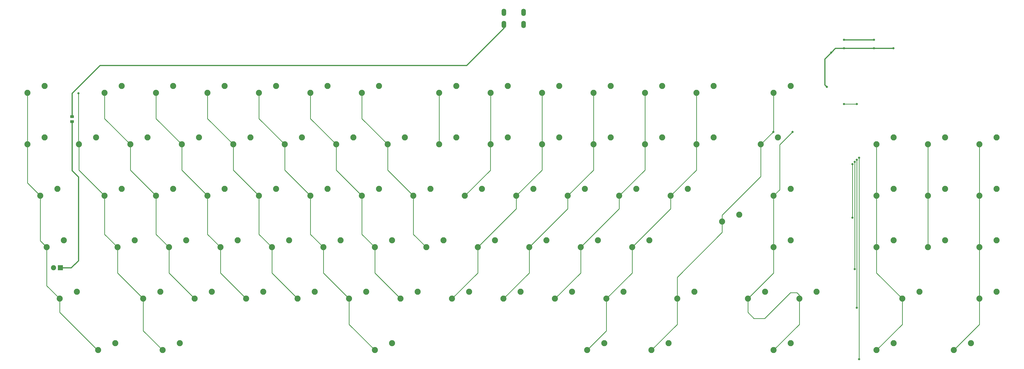
<source format=gtl>
%TF.GenerationSoftware,KiCad,Pcbnew,5.1.9*%
%TF.CreationDate,2021-05-26T15:49:29-04:00*%
%TF.ProjectId,EKS-Mk2,454b532d-4d6b-4322-9e6b-696361645f70,2.1*%
%TF.SameCoordinates,Original*%
%TF.FileFunction,Copper,L1,Top*%
%TF.FilePolarity,Positive*%
%FSLAX46Y46*%
G04 Gerber Fmt 4.6, Leading zero omitted, Abs format (unit mm)*
G04 Created by KiCad (PCBNEW 5.1.9) date 2021-05-26 15:49:29*
%MOMM*%
%LPD*%
G01*
G04 APERTURE LIST*
%TA.AperFunction,ComponentPad*%
%ADD10C,2.250000*%
%TD*%
%TA.AperFunction,ComponentPad*%
%ADD11R,1.905000X1.905000*%
%TD*%
%TA.AperFunction,ComponentPad*%
%ADD12C,1.905000*%
%TD*%
%TA.AperFunction,ComponentPad*%
%ADD13O,1.700000X2.700000*%
%TD*%
%TA.AperFunction,ViaPad*%
%ADD14C,0.800000*%
%TD*%
%TA.AperFunction,Conductor*%
%ADD15C,0.381000*%
%TD*%
%TA.AperFunction,Conductor*%
%ADD16C,0.250000*%
%TD*%
G04 APERTURE END LIST*
D10*
%TO.P,MX78,2*%
%TO.N,Net-(D78-Pad2)*%
X316865000Y-13970000D03*
%TO.P,MX78,1*%
%TO.N,COL16*%
X310515000Y-16510000D03*
%TD*%
D11*
%TO.P,MX4,4*%
%TO.N,CAPSGND*%
X8413750Y-62230000D03*
D12*
%TO.P,MX4,3*%
%TO.N,CAPSLED*%
X5873750Y-62230000D03*
D10*
%TO.P,MX4,1*%
%TO.N,COL0*%
X3333750Y-54610000D03*
%TO.P,MX4,2*%
%TO.N,Net-(D4-Pad2)*%
X9683750Y-52070000D03*
%TD*%
D13*
%TO.P,USB1,6*%
%TO.N,GND*%
X172562500Y32385000D03*
X179862500Y32385000D03*
X179862500Y27885000D03*
X172562500Y27885000D03*
%TD*%
%TO.P,R5,2*%
%TO.N,GND*%
%TA.AperFunction,SMDPad,CuDef*%
G36*
G01*
X13150002Y-6743750D02*
X12249998Y-6743750D01*
G75*
G02*
X12000000Y-6493752I0J249998D01*
G01*
X12000000Y-5968748D01*
G75*
G02*
X12249998Y-5718750I249998J0D01*
G01*
X13150002Y-5718750D01*
G75*
G02*
X13400000Y-5968748I0J-249998D01*
G01*
X13400000Y-6493752D01*
G75*
G02*
X13150002Y-6743750I-249998J0D01*
G01*
G37*
%TD.AperFunction*%
%TO.P,R5,1*%
%TO.N,CAPSGND*%
%TA.AperFunction,SMDPad,CuDef*%
G36*
G01*
X13150002Y-8568750D02*
X12249998Y-8568750D01*
G75*
G02*
X12000000Y-8318752I0J249998D01*
G01*
X12000000Y-7793748D01*
G75*
G02*
X12249998Y-7543750I249998J0D01*
G01*
X13150002Y-7543750D01*
G75*
G02*
X13400000Y-7793748I0J-249998D01*
G01*
X13400000Y-8318752D01*
G75*
G02*
X13150002Y-8568750I-249998J0D01*
G01*
G37*
%TD.AperFunction*%
%TD*%
D10*
%TO.P,MX90,2*%
%TO.N,Net-(D90-Pad2)*%
X345440000Y-90170000D03*
%TO.P,MX90,1*%
%TO.N,COL18*%
X339090000Y-92710000D03*
%TD*%
%TO.P,MX89,2*%
%TO.N,Net-(D89-Pad2)*%
X354965000Y-71120000D03*
%TO.P,MX89,1*%
%TO.N,COL18*%
X348615000Y-73660000D03*
%TD*%
%TO.P,MX88,2*%
%TO.N,Net-(D88-Pad2)*%
X354965000Y-52070000D03*
%TO.P,MX88,1*%
%TO.N,COL18*%
X348615000Y-54610000D03*
%TD*%
%TO.P,MX87,2*%
%TO.N,Net-(D87-Pad2)*%
X354965000Y-33020000D03*
%TO.P,MX87,1*%
%TO.N,COL18*%
X348615000Y-35560000D03*
%TD*%
%TO.P,MX86,2*%
%TO.N,Net-(D86-Pad2)*%
X354965000Y-13970000D03*
%TO.P,MX86,1*%
%TO.N,COL18*%
X348615000Y-16510000D03*
%TD*%
%TO.P,MX85,2*%
%TO.N,Net-(D85-Pad2)*%
X335915000Y-52070000D03*
%TO.P,MX85,1*%
%TO.N,COL17*%
X329565000Y-54610000D03*
%TD*%
%TO.P,MX84,2*%
%TO.N,Net-(D84-Pad2)*%
X335915000Y-33020000D03*
%TO.P,MX84,1*%
%TO.N,COL17*%
X329565000Y-35560000D03*
%TD*%
%TO.P,MX83,2*%
%TO.N,Net-(D83-Pad2)*%
X335915000Y-13970000D03*
%TO.P,MX83,1*%
%TO.N,COL17*%
X329565000Y-16510000D03*
%TD*%
%TO.P,MX82,2*%
%TO.N,Net-(D82-Pad2)*%
X316865000Y-90170000D03*
%TO.P,MX82,1*%
%TO.N,COL16*%
X310515000Y-92710000D03*
%TD*%
%TO.P,MX81,2*%
%TO.N,Net-(D81-Pad2)*%
X326390000Y-71120000D03*
%TO.P,MX81,1*%
%TO.N,COL16*%
X320040000Y-73660000D03*
%TD*%
%TO.P,MX80,2*%
%TO.N,Net-(D80-Pad2)*%
X316865000Y-52070000D03*
%TO.P,MX80,1*%
%TO.N,COL16*%
X310515000Y-54610000D03*
%TD*%
%TO.P,MX79,2*%
%TO.N,Net-(D79-Pad2)*%
X316865000Y-33020000D03*
%TO.P,MX79,1*%
%TO.N,COL16*%
X310515000Y-35560000D03*
%TD*%
%TO.P,MX77,2*%
%TO.N,Net-(D77-Pad2)*%
X278765000Y-90170000D03*
%TO.P,MX77,1*%
%TO.N,COL15*%
X272415000Y-92710000D03*
%TD*%
%TO.P,MX76,2*%
%TO.N,Net-(D76-Pad2)*%
X288290000Y-71120000D03*
%TO.P,MX76,1*%
%TO.N,COL15*%
X281940000Y-73660000D03*
%TD*%
%TO.P,MX75,2*%
%TO.N,Net-(D75-Pad2)*%
X269240000Y-71120000D03*
%TO.P,MX75,1*%
%TO.N,COL15*%
X262890000Y-73660000D03*
%TD*%
%TO.P,MX74,2*%
%TO.N,Net-(D74-Pad2)*%
X278765000Y-52070000D03*
%TO.P,MX74,1*%
%TO.N,COL15*%
X272415000Y-54610000D03*
%TD*%
%TO.P,MX73,2*%
%TO.N,Net-(D73-Pad2)*%
X278765000Y-33020000D03*
%TO.P,MX73,1*%
%TO.N,COL15*%
X272415000Y-35560000D03*
%TD*%
%TO.P,MX72,2*%
%TO.N,Net-(D72-Pad2)*%
X233521250Y-90170000D03*
%TO.P,MX72,1*%
%TO.N,COL14*%
X227171250Y-92710000D03*
%TD*%
%TO.P,MX71,2*%
%TO.N,Net-(D71-Pad2)*%
X243046250Y-71120000D03*
%TO.P,MX71,1*%
%TO.N,COL14*%
X236696250Y-73660000D03*
%TD*%
%TO.P,MX70,1*%
%TO.N,COL14*%
X253365000Y-45085000D03*
%TO.P,MX70,2*%
%TO.N,Net-(D70-Pad2)*%
X259715000Y-42545000D03*
%TD*%
%TO.P,MX69,2*%
%TO.N,Net-(D69-Pad2)*%
X274002500Y-13970000D03*
%TO.P,MX69,1*%
%TO.N,COL14*%
X267652500Y-16510000D03*
%TD*%
%TO.P,MX68,2*%
%TO.N,Net-(D68-Pad2)*%
X278765000Y5080000D03*
%TO.P,MX68,1*%
%TO.N,COL14*%
X272415000Y2540000D03*
%TD*%
%TO.P,MX67,2*%
%TO.N,Net-(D67-Pad2)*%
X209708750Y-90170000D03*
%TO.P,MX67,1*%
%TO.N,COL13*%
X203358750Y-92710000D03*
%TD*%
%TO.P,MX66,2*%
%TO.N,Net-(D66-Pad2)*%
X216852500Y-71120000D03*
%TO.P,MX66,1*%
%TO.N,COL13*%
X210502500Y-73660000D03*
%TD*%
%TO.P,MX65,2*%
%TO.N,Net-(D65-Pad2)*%
X226377500Y-52070000D03*
%TO.P,MX65,1*%
%TO.N,COL13*%
X220027500Y-54610000D03*
%TD*%
%TO.P,MX64,2*%
%TO.N,Net-(D64-Pad2)*%
X240665000Y-33020000D03*
%TO.P,MX64,1*%
%TO.N,COL13*%
X234315000Y-35560000D03*
%TD*%
%TO.P,MX63,2*%
%TO.N,Net-(D63-Pad2)*%
X250190000Y-13970000D03*
%TO.P,MX63,1*%
%TO.N,COL13*%
X243840000Y-16510000D03*
%TD*%
%TO.P,MX62,2*%
%TO.N,Net-(D62-Pad2)*%
X250190000Y5080000D03*
%TO.P,MX62,1*%
%TO.N,COL13*%
X243840000Y2540000D03*
%TD*%
%TO.P,MX61,2*%
%TO.N,Net-(D61-Pad2)*%
X197802500Y-71120000D03*
%TO.P,MX61,1*%
%TO.N,COL12*%
X191452500Y-73660000D03*
%TD*%
%TO.P,MX60,2*%
%TO.N,Net-(D60-Pad2)*%
X207327500Y-52070000D03*
%TO.P,MX60,1*%
%TO.N,COL12*%
X200977500Y-54610000D03*
%TD*%
%TO.P,MX59,2*%
%TO.N,Net-(D59-Pad2)*%
X221615000Y-33020000D03*
%TO.P,MX59,1*%
%TO.N,COL12*%
X215265000Y-35560000D03*
%TD*%
%TO.P,MX58,2*%
%TO.N,Net-(D58-Pad2)*%
X231140000Y-13970000D03*
%TO.P,MX58,1*%
%TO.N,COL12*%
X224790000Y-16510000D03*
%TD*%
%TO.P,MX57,2*%
%TO.N,Net-(D57-Pad2)*%
X231140000Y5080000D03*
%TO.P,MX57,1*%
%TO.N,COL12*%
X224790000Y2540000D03*
%TD*%
%TO.P,MX56,2*%
%TO.N,Net-(D56-Pad2)*%
X178752500Y-71120000D03*
%TO.P,MX56,1*%
%TO.N,COL11*%
X172402500Y-73660000D03*
%TD*%
%TO.P,MX55,2*%
%TO.N,Net-(D55-Pad2)*%
X188277500Y-52070000D03*
%TO.P,MX55,1*%
%TO.N,COL11*%
X181927500Y-54610000D03*
%TD*%
%TO.P,MX54,2*%
%TO.N,Net-(D54-Pad2)*%
X202565000Y-33020000D03*
%TO.P,MX54,1*%
%TO.N,COL11*%
X196215000Y-35560000D03*
%TD*%
%TO.P,MX53,2*%
%TO.N,Net-(D53-Pad2)*%
X212090000Y-13970000D03*
%TO.P,MX53,1*%
%TO.N,COL11*%
X205740000Y-16510000D03*
%TD*%
%TO.P,MX52,2*%
%TO.N,Net-(D52-Pad2)*%
X212090000Y5080000D03*
%TO.P,MX52,1*%
%TO.N,COL11*%
X205740000Y2540000D03*
%TD*%
%TO.P,MX51,2*%
%TO.N,Net-(D51-Pad2)*%
X159702500Y-71120000D03*
%TO.P,MX51,1*%
%TO.N,COL10*%
X153352500Y-73660000D03*
%TD*%
%TO.P,MX50,2*%
%TO.N,Net-(D50-Pad2)*%
X169227500Y-52070000D03*
%TO.P,MX50,1*%
%TO.N,COL10*%
X162877500Y-54610000D03*
%TD*%
%TO.P,MX49,2*%
%TO.N,Net-(D49-Pad2)*%
X183515000Y-33020000D03*
%TO.P,MX49,1*%
%TO.N,COL10*%
X177165000Y-35560000D03*
%TD*%
%TO.P,MX48,2*%
%TO.N,Net-(D48-Pad2)*%
X193040000Y-13970000D03*
%TO.P,MX48,1*%
%TO.N,COL10*%
X186690000Y-16510000D03*
%TD*%
%TO.P,MX47,2*%
%TO.N,Net-(D47-Pad2)*%
X193040000Y5080000D03*
%TO.P,MX47,1*%
%TO.N,COL10*%
X186690000Y2540000D03*
%TD*%
%TO.P,MX46,2*%
%TO.N,Net-(D46-Pad2)*%
X164465000Y-33020000D03*
%TO.P,MX46,1*%
%TO.N,COL9*%
X158115000Y-35560000D03*
%TD*%
%TO.P,MX45,2*%
%TO.N,Net-(D45-Pad2)*%
X173990000Y-13970000D03*
%TO.P,MX45,1*%
%TO.N,COL9*%
X167640000Y-16510000D03*
%TD*%
%TO.P,MX44,2*%
%TO.N,Net-(D44-Pad2)*%
X173990000Y5080000D03*
%TO.P,MX44,1*%
%TO.N,COL9*%
X167640000Y2540000D03*
%TD*%
%TO.P,MX43,2*%
%TO.N,Net-(D43-Pad2)*%
X154940000Y-13970000D03*
%TO.P,MX43,1*%
%TO.N,COL8*%
X148590000Y-16510000D03*
%TD*%
%TO.P,MX42,2*%
%TO.N,Net-(D42-Pad2)*%
X154940000Y5080000D03*
%TO.P,MX42,1*%
%TO.N,COL8*%
X148590000Y2540000D03*
%TD*%
%TO.P,MX41,2*%
%TO.N,Net-(D41-Pad2)*%
X150177500Y-52070000D03*
%TO.P,MX41,1*%
%TO.N,COL7*%
X143827500Y-54610000D03*
%TD*%
%TO.P,MX40,2*%
%TO.N,Net-(D40-Pad2)*%
X145415000Y-33020000D03*
%TO.P,MX40,1*%
%TO.N,COL7*%
X139065000Y-35560000D03*
%TD*%
%TO.P,MX39,2*%
%TO.N,Net-(D39-Pad2)*%
X135890000Y-13970000D03*
%TO.P,MX39,1*%
%TO.N,COL7*%
X129540000Y-16510000D03*
%TD*%
%TO.P,MX38,2*%
%TO.N,Net-(D38-Pad2)*%
X126365000Y5080000D03*
%TO.P,MX38,1*%
%TO.N,COL7*%
X120015000Y2540000D03*
%TD*%
%TO.P,MX37,2*%
%TO.N,Net-(D37-Pad2)*%
X140652500Y-71120000D03*
%TO.P,MX37,1*%
%TO.N,COL6*%
X134302500Y-73660000D03*
%TD*%
%TO.P,MX36,2*%
%TO.N,Net-(D36-Pad2)*%
X131127500Y-52070000D03*
%TO.P,MX36,1*%
%TO.N,COL6*%
X124777500Y-54610000D03*
%TD*%
%TO.P,MX35,2*%
%TO.N,Net-(D35-Pad2)*%
X126365000Y-33020000D03*
%TO.P,MX35,1*%
%TO.N,COL6*%
X120015000Y-35560000D03*
%TD*%
%TO.P,MX34,2*%
%TO.N,Net-(D34-Pad2)*%
X116840000Y-13970000D03*
%TO.P,MX34,1*%
%TO.N,COL6*%
X110490000Y-16510000D03*
%TD*%
%TO.P,MX33,2*%
%TO.N,Net-(D33-Pad2)*%
X107315000Y5080000D03*
%TO.P,MX33,1*%
%TO.N,COL6*%
X100965000Y2540000D03*
%TD*%
%TO.P,MX32,2*%
%TO.N,Net-(D32-Pad2)*%
X131127500Y-90170000D03*
%TO.P,MX32,1*%
%TO.N,COL5*%
X124777500Y-92710000D03*
%TD*%
%TO.P,MX31,2*%
%TO.N,Net-(D31-Pad2)*%
X121602500Y-71120000D03*
%TO.P,MX31,1*%
%TO.N,COL5*%
X115252500Y-73660000D03*
%TD*%
%TO.P,MX30,2*%
%TO.N,Net-(D30-Pad2)*%
X112077500Y-52070000D03*
%TO.P,MX30,1*%
%TO.N,COL5*%
X105727500Y-54610000D03*
%TD*%
%TO.P,MX29,2*%
%TO.N,Net-(D29-Pad2)*%
X107315000Y-33020000D03*
%TO.P,MX29,1*%
%TO.N,COL5*%
X100965000Y-35560000D03*
%TD*%
%TO.P,MX28,2*%
%TO.N,Net-(D28-Pad2)*%
X97790000Y-13970000D03*
%TO.P,MX28,1*%
%TO.N,COL5*%
X91440000Y-16510000D03*
%TD*%
%TO.P,MX27,2*%
%TO.N,Net-(D27-Pad2)*%
X88265000Y5080000D03*
%TO.P,MX27,1*%
%TO.N,COL5*%
X81915000Y2540000D03*
%TD*%
%TO.P,MX26,2*%
%TO.N,Net-(D26-Pad2)*%
X102552500Y-71120000D03*
%TO.P,MX26,1*%
%TO.N,COL4*%
X96202500Y-73660000D03*
%TD*%
%TO.P,MX25,2*%
%TO.N,Net-(D25-Pad2)*%
X93027500Y-52070000D03*
%TO.P,MX25,1*%
%TO.N,COL4*%
X86677500Y-54610000D03*
%TD*%
%TO.P,MX24,2*%
%TO.N,Net-(D24-Pad2)*%
X88265000Y-33020000D03*
%TO.P,MX24,1*%
%TO.N,COL4*%
X81915000Y-35560000D03*
%TD*%
%TO.P,MX23,2*%
%TO.N,Net-(D23-Pad2)*%
X78740000Y-13970000D03*
%TO.P,MX23,1*%
%TO.N,COL4*%
X72390000Y-16510000D03*
%TD*%
%TO.P,MX22,2*%
%TO.N,Net-(D22-Pad2)*%
X69215000Y5080000D03*
%TO.P,MX22,1*%
%TO.N,COL4*%
X62865000Y2540000D03*
%TD*%
%TO.P,MX21,2*%
%TO.N,Net-(D21-Pad2)*%
X83502500Y-71120000D03*
%TO.P,MX21,1*%
%TO.N,COL3*%
X77152500Y-73660000D03*
%TD*%
%TO.P,MX20,2*%
%TO.N,Net-(D20-Pad2)*%
X73977500Y-52070000D03*
%TO.P,MX20,1*%
%TO.N,COL3*%
X67627500Y-54610000D03*
%TD*%
%TO.P,MX19,2*%
%TO.N,Net-(D19-Pad2)*%
X69215000Y-33020000D03*
%TO.P,MX19,1*%
%TO.N,COL3*%
X62865000Y-35560000D03*
%TD*%
%TO.P,MX18,2*%
%TO.N,Net-(D18-Pad2)*%
X59690000Y-13970000D03*
%TO.P,MX18,1*%
%TO.N,COL3*%
X53340000Y-16510000D03*
%TD*%
%TO.P,MX17,2*%
%TO.N,Net-(D17-Pad2)*%
X50165000Y5080000D03*
%TO.P,MX17,1*%
%TO.N,COL3*%
X43815000Y2540000D03*
%TD*%
%TO.P,MX16,2*%
%TO.N,Net-(D16-Pad2)*%
X64452500Y-71120000D03*
%TO.P,MX16,1*%
%TO.N,COL2*%
X58102500Y-73660000D03*
%TD*%
%TO.P,MX15,2*%
%TO.N,Net-(D15-Pad2)*%
X54927500Y-52070000D03*
%TO.P,MX15,1*%
%TO.N,COL2*%
X48577500Y-54610000D03*
%TD*%
%TO.P,MX14,2*%
%TO.N,Net-(D14-Pad2)*%
X50165000Y-33020000D03*
%TO.P,MX14,1*%
%TO.N,COL2*%
X43815000Y-35560000D03*
%TD*%
%TO.P,MX13,2*%
%TO.N,Net-(D13-Pad2)*%
X40640000Y-13970000D03*
%TO.P,MX13,1*%
%TO.N,COL2*%
X34290000Y-16510000D03*
%TD*%
%TO.P,MX12,2*%
%TO.N,Net-(D12-Pad2)*%
X31115000Y5080000D03*
%TO.P,MX12,1*%
%TO.N,COL2*%
X24765000Y2540000D03*
%TD*%
%TO.P,MX11,2*%
%TO.N,Net-(D11-Pad2)*%
X52546250Y-90170000D03*
%TO.P,MX11,1*%
%TO.N,COL1*%
X46196250Y-92710000D03*
%TD*%
%TO.P,MX10,2*%
%TO.N,Net-(D10-Pad2)*%
X45402500Y-71120000D03*
%TO.P,MX10,1*%
%TO.N,COL1*%
X39052500Y-73660000D03*
%TD*%
%TO.P,MX9,2*%
%TO.N,Net-(D9-Pad2)*%
X35877500Y-52070000D03*
%TO.P,MX9,1*%
%TO.N,COL1*%
X29527500Y-54610000D03*
%TD*%
%TO.P,MX8,2*%
%TO.N,Net-(D8-Pad2)*%
X31115000Y-33020000D03*
%TO.P,MX8,1*%
%TO.N,COL1*%
X24765000Y-35560000D03*
%TD*%
%TO.P,MX7,2*%
%TO.N,Net-(D7-Pad2)*%
X21590000Y-13970000D03*
%TO.P,MX7,1*%
%TO.N,COL1*%
X15240000Y-16510000D03*
%TD*%
%TO.P,MX6,2*%
%TO.N,Net-(D6-Pad2)*%
X28733750Y-90170000D03*
%TO.P,MX6,1*%
%TO.N,COL0*%
X22383750Y-92710000D03*
%TD*%
%TO.P,MX5,2*%
%TO.N,Net-(D5-Pad2)*%
X14446250Y-71120000D03*
%TO.P,MX5,1*%
%TO.N,COL0*%
X8096250Y-73660000D03*
%TD*%
%TO.P,MX3,2*%
%TO.N,Net-(D3-Pad2)*%
X7302500Y-33020000D03*
%TO.P,MX3,1*%
%TO.N,COL0*%
X952500Y-35560000D03*
%TD*%
%TO.P,MX2,2*%
%TO.N,Net-(D2-Pad2)*%
X2540000Y-13970000D03*
%TO.P,MX2,1*%
%TO.N,COL0*%
X-3810000Y-16510000D03*
%TD*%
%TO.P,MX1,2*%
%TO.N,Net-(D1-Pad2)*%
X2540000Y5080000D03*
%TO.P,MX1,1*%
%TO.N,COL0*%
X-3810000Y2540000D03*
%TD*%
D14*
%TO.N,+5V*%
X316706250Y19050000D03*
X292100000Y4762500D03*
X298450000Y22225000D03*
X309562500Y22225000D03*
X293687500Y17462500D03*
X298450000Y19050000D03*
X309562500Y19050000D03*
%TO.N,ROW2*%
X301625000Y-43656250D03*
X301625000Y-23812500D03*
%TO.N,ROW3*%
X302418750Y-62706250D03*
X302418750Y-23018750D03*
%TO.N,ROW4*%
X303212500Y-76993750D03*
X303212500Y-22225000D03*
%TO.N,ROW5*%
X304006250Y-96043750D03*
X304006250Y-21431250D03*
%TO.N,COL1*%
X15081250Y2381250D03*
%TO.N,COL14*%
X272256250Y-11906250D03*
%TO.N,COL15*%
X279400000Y-11906250D03*
%TO.N,Net-(R4-Pad1)*%
X298450000Y-1587500D03*
X303212500Y-1587500D03*
%TD*%
D15*
%TO.N,+5V*%
X292100000Y4762500D02*
X292100000Y4762500D01*
X316706250Y19050000D02*
X295275000Y19050000D01*
X291306250Y15081250D02*
X293687500Y17462500D01*
X291306250Y5556250D02*
X291306250Y15081250D01*
X292100000Y4762500D02*
X291306250Y5556250D01*
X293687500Y17462500D02*
X295275000Y19050000D01*
X309562500Y22225000D02*
X298450000Y22225000D01*
D16*
%TO.N,ROW2*%
X301625000Y-43656250D02*
X301625000Y-23812500D01*
%TO.N,ROW3*%
X302418750Y-62706250D02*
X302418750Y-23018750D01*
%TO.N,ROW4*%
X303212500Y-76993750D02*
X303212500Y-22225000D01*
%TO.N,ROW5*%
X304006250Y-96043750D02*
X304006250Y-21431250D01*
%TO.N,COL0*%
X-3810000Y2540000D02*
X-3810000Y-16510000D01*
X-3810000Y-30797500D02*
X952500Y-35560000D01*
X-3810000Y-16510000D02*
X-3810000Y-30797500D01*
X8096250Y-73660000D02*
X8096250Y-78740000D01*
X22066250Y-92710000D02*
X22383750Y-92710000D01*
X8096250Y-78740000D02*
X22066250Y-92710000D01*
X952500Y-52228750D02*
X3333750Y-54610000D01*
X952500Y-35560000D02*
X952500Y-52228750D01*
X3333750Y-68897500D02*
X8096250Y-73660000D01*
X3333750Y-54610000D02*
X3333750Y-68897500D01*
D15*
%TO.N,CAPSGND*%
X12704499Y-8060749D02*
X12700000Y-8056250D01*
X12704499Y-26189251D02*
X12704499Y-8060749D01*
X12700000Y-26193750D02*
X12704499Y-26189251D01*
X15081250Y-28575000D02*
X12700000Y-26193750D01*
X15081250Y-28575000D02*
X15081250Y-59531250D01*
X12382500Y-62230000D02*
X8413750Y-62230000D01*
X15081250Y-59531250D02*
X12382500Y-62230000D01*
D16*
%TO.N,COL1*%
X15240000Y-26035000D02*
X24765000Y-35560000D01*
X15240000Y-16510000D02*
X15240000Y-26035000D01*
X24765000Y-49847500D02*
X29527500Y-54610000D01*
X24765000Y-35560000D02*
X24765000Y-49847500D01*
X29527500Y-64135000D02*
X39052500Y-73660000D01*
X29527500Y-54610000D02*
X29527500Y-64135000D01*
X39052500Y-85566250D02*
X46196250Y-92710000D01*
X39052500Y-73660000D02*
X39052500Y-85566250D01*
X15240000Y-16510000D02*
X15240000Y-15240000D01*
X15240000Y-15240000D02*
X15081250Y-15081250D01*
X15081250Y-15081250D02*
X15081250Y2381250D01*
%TO.N,COL2*%
X24765000Y-6985000D02*
X34290000Y-16510000D01*
X24765000Y2540000D02*
X24765000Y-6985000D01*
X34290000Y-26035000D02*
X43815000Y-35560000D01*
X34290000Y-16510000D02*
X34290000Y-26035000D01*
X43815000Y-49847500D02*
X48577500Y-54610000D01*
X43815000Y-35560000D02*
X43815000Y-49847500D01*
X48577500Y-64135000D02*
X58102500Y-73660000D01*
X48577500Y-54610000D02*
X48577500Y-64135000D01*
%TO.N,COL3*%
X43815000Y-6985000D02*
X53340000Y-16510000D01*
X43815000Y2540000D02*
X43815000Y-6985000D01*
X53340000Y-26035000D02*
X62865000Y-35560000D01*
X53340000Y-16510000D02*
X53340000Y-26035000D01*
X62865000Y-49847500D02*
X67627500Y-54610000D01*
X62865000Y-35560000D02*
X62865000Y-49847500D01*
X67627500Y-64135000D02*
X77152500Y-73660000D01*
X67627500Y-54610000D02*
X67627500Y-64135000D01*
%TO.N,COL4*%
X62865000Y-6985000D02*
X72390000Y-16510000D01*
X62865000Y2540000D02*
X62865000Y-6985000D01*
X72390000Y-26035000D02*
X81915000Y-35560000D01*
X72390000Y-16510000D02*
X72390000Y-26035000D01*
X81915000Y-49847500D02*
X86677500Y-54610000D01*
X81915000Y-35560000D02*
X81915000Y-49847500D01*
X86677500Y-64135000D02*
X96202500Y-73660000D01*
X86677500Y-54610000D02*
X86677500Y-64135000D01*
%TO.N,COL5*%
X81915000Y-6985000D02*
X91440000Y-16510000D01*
X81915000Y2540000D02*
X81915000Y-6985000D01*
X91440000Y-26035000D02*
X100965000Y-35560000D01*
X91440000Y-16510000D02*
X91440000Y-26035000D01*
X100965000Y-49847500D02*
X105727500Y-54610000D01*
X100965000Y-35560000D02*
X100965000Y-49847500D01*
X105727500Y-64135000D02*
X115252500Y-73660000D01*
X105727500Y-54610000D02*
X105727500Y-64135000D01*
X115252500Y-83185000D02*
X124777500Y-92710000D01*
X115252500Y-73660000D02*
X115252500Y-83185000D01*
%TO.N,COL6*%
X100965000Y-6985000D02*
X110490000Y-16510000D01*
X100965000Y2540000D02*
X100965000Y-6985000D01*
X110490000Y-26035000D02*
X120015000Y-35560000D01*
X110490000Y-16510000D02*
X110490000Y-26035000D01*
X120015000Y-49847500D02*
X124777500Y-54610000D01*
X120015000Y-35560000D02*
X120015000Y-49847500D01*
X124777500Y-64135000D02*
X134302500Y-73660000D01*
X124777500Y-54610000D02*
X124777500Y-64135000D01*
%TO.N,COL7*%
X120015000Y-6985000D02*
X129540000Y-16510000D01*
X120015000Y2540000D02*
X120015000Y-6985000D01*
X129540000Y-26035000D02*
X139065000Y-35560000D01*
X129540000Y-16510000D02*
X129540000Y-26035000D01*
X139065000Y-49847500D02*
X143827500Y-54610000D01*
X139065000Y-35560000D02*
X139065000Y-49847500D01*
%TO.N,COL8*%
X148590000Y2540000D02*
X148590000Y-16510000D01*
%TO.N,COL9*%
X167640000Y2540000D02*
X167640000Y-16510000D01*
X167570001Y-26104999D02*
X167570001Y-16579999D01*
X167570001Y-16579999D02*
X167640000Y-16510000D01*
X158115000Y-35560000D02*
X167570001Y-26104999D01*
%TO.N,COL10*%
X186690000Y2540000D02*
X186690000Y-16510000D01*
X186690000Y-26035000D02*
X177165000Y-35560000D01*
X186690000Y-16510000D02*
X186690000Y-26035000D01*
X162877500Y-64135000D02*
X153352500Y-73660000D01*
X162877500Y-54610000D02*
X162877500Y-64135000D01*
X177165000Y-35560000D02*
X177165000Y-40322500D01*
X177165000Y-40322500D02*
X162877500Y-54610000D01*
%TO.N,COL11*%
X205740000Y2540000D02*
X205740000Y-16510000D01*
X205740000Y-26035000D02*
X196215000Y-35560000D01*
X205740000Y-16510000D02*
X205740000Y-26035000D01*
X196215000Y-40322500D02*
X181927500Y-54610000D01*
X196215000Y-35560000D02*
X196215000Y-40322500D01*
X181927500Y-64135000D02*
X172402500Y-73660000D01*
X181927500Y-54610000D02*
X181927500Y-64135000D01*
%TO.N,COL12*%
X224790000Y2540000D02*
X224790000Y-16510000D01*
X224790000Y-26035000D02*
X215265000Y-35560000D01*
X224790000Y-16510000D02*
X224790000Y-26035000D01*
X215265000Y-35560000D02*
X215265000Y-40322500D01*
X200907501Y-54679999D02*
X200977500Y-54610000D01*
X215265000Y-40322500D02*
X200907501Y-54679999D01*
X200977500Y-64135000D02*
X191452500Y-73660000D01*
X200977500Y-54610000D02*
X200977500Y-64135000D01*
%TO.N,COL13*%
X243840000Y2540000D02*
X243840000Y-16510000D01*
X243840000Y-26035000D02*
X234315000Y-35560000D01*
X243840000Y-16510000D02*
X243840000Y-26035000D01*
X234315000Y-35560000D02*
X234315000Y-40322500D01*
X234315000Y-40322500D02*
X220027500Y-54610000D01*
X220027500Y-64135000D02*
X210502500Y-73660000D01*
X220027500Y-54610000D02*
X220027500Y-64135000D01*
X210502500Y-85566250D02*
X203358750Y-92710000D01*
X210502500Y-73660000D02*
X210502500Y-85566250D01*
%TO.N,COL14*%
X272415000Y-11747500D02*
X272256250Y-11906250D01*
X272415000Y2540000D02*
X272415000Y-11747500D01*
X267652500Y-16510000D02*
X267652500Y-28416250D01*
X253365000Y-42703750D02*
X253365000Y-45085000D01*
X267652500Y-28416250D02*
X253365000Y-42703750D01*
X253365000Y-45085000D02*
X253365000Y-49053750D01*
X236696250Y-65722500D02*
X236696250Y-73660000D01*
X253365000Y-49053750D02*
X236696250Y-65722500D01*
X236696250Y-83185000D02*
X227171250Y-92710000D01*
X236696250Y-73660000D02*
X236696250Y-83185000D01*
X272256250Y-11906250D02*
X267652500Y-16510000D01*
%TO.N,COL15*%
X272415000Y-35560000D02*
X272415000Y-54610000D01*
X272415000Y-64135000D02*
X262890000Y-73660000D01*
X272415000Y-54610000D02*
X272415000Y-64135000D01*
X281940000Y-83185000D02*
X272415000Y-92710000D01*
X281940000Y-73660000D02*
X281940000Y-83185000D01*
X281940000Y-72390000D02*
X281940000Y-73660000D01*
X280987500Y-71437500D02*
X281940000Y-72390000D01*
X278606250Y-71437500D02*
X280987500Y-71437500D01*
X269081250Y-80962500D02*
X278606250Y-71437500D01*
X265112500Y-80962500D02*
X269081250Y-80962500D01*
X262890000Y-78740000D02*
X265112500Y-80962500D01*
X262890000Y-73660000D02*
X262890000Y-78740000D01*
X274637500Y-33337500D02*
X272415000Y-35560000D01*
X274637500Y-16668750D02*
X274637500Y-33337500D01*
X279400000Y-11906250D02*
X279400000Y-11906250D01*
X279400000Y-11906250D02*
X274637500Y-16668750D01*
%TO.N,COL16*%
X310515000Y-64135000D02*
X320040000Y-73660000D01*
X310515000Y-54610000D02*
X310515000Y-64135000D01*
X320040000Y-83185000D02*
X310515000Y-92710000D01*
X320040000Y-73660000D02*
X320040000Y-83185000D01*
X310515000Y-54610000D02*
X310515000Y-35560000D01*
X310515000Y-35560000D02*
X310515000Y-34766250D01*
X310515000Y-18543998D02*
X310515000Y-16510000D01*
X310515000Y-35560000D02*
X310515000Y-18543998D01*
%TO.N,COL17*%
X329565000Y-54610000D02*
X329565000Y-35560000D01*
X329565000Y-35560000D02*
X329565000Y-16510000D01*
%TO.N,COL18*%
X348615000Y-57656002D02*
X348615000Y-73660000D01*
X348615000Y-16510000D02*
X348615000Y-57656002D01*
X348615000Y-83185000D02*
X339090000Y-92710000D01*
X348615000Y-73660000D02*
X348615000Y-83185000D01*
%TO.N,Net-(R4-Pad1)*%
X303212500Y-1587500D02*
X298450000Y-1587500D01*
D15*
%TO.N,GND*%
X23018750Y12700000D02*
X158750000Y12700000D01*
X12700000Y2381250D02*
X23018750Y12700000D01*
X12700000Y-6231250D02*
X12700000Y2381250D01*
X172562500Y26512500D02*
X172562500Y27885000D01*
X172562500Y26512500D02*
X158750000Y12700000D01*
%TD*%
M02*

</source>
